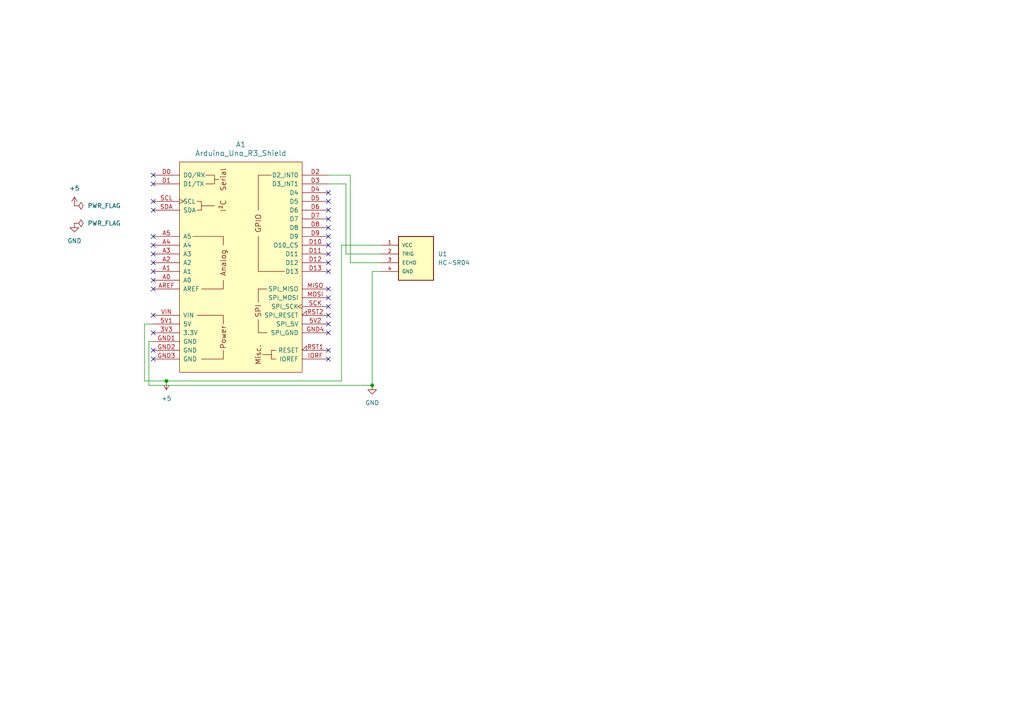
<source format=kicad_sch>
(kicad_sch (version 20250114) (generator "eeschema") (generator_version "9.0")
  (paper "A4")
  (lib_symbols
    (symbol "1 Arduino:Arduino_Uno_R3_Shield" (pin_names (offset 1.016))
      (property "Reference" "A" (at 0 36.83 0))
      (property "Value" "Arduino_Uno_R3_Shield" (at 0 33.02 0))
      (symbol "Arduino_Uno_R3_Shield_0_0"
        (rectangle (start -17.78 30.48) (end 17.78 -30.48) (fill (type background)))
        (polyline (pts (xy -12.7 19.05) (xy -11.43 19.05) (xy -11.43 16.51) (xy -12.7 16.51)))
        (rectangle (start -12.7 -13.97) (end -5.08 -13.97))
        (polyline (pts (xy -11.43 17.78) (xy -7.62 17.78)))
        (rectangle (start -11.43 -26.67) (end -5.08 -26.67))
        (polyline (pts (xy -10.16 26.67) (xy -7.62 26.67) (xy -7.62 24.13) (xy -10.16 24.13)))
        (polyline (pts (xy -7.62 25.4) (xy -6.35 25.4)))
        (polyline (pts (xy -5.08 6.35) (xy -5.08 8.89) (xy -13.97 8.89)))
        (polyline (pts (xy -5.08 -3.81) (xy -5.08 -6.35) (xy -11.43 -6.35)))
        (polyline (pts (xy -5.08 -13.97) (xy -5.08 -15.24)))
        (polyline (pts (xy -5.08 -15.24) (xy -5.08 -16.51)))
        (polyline (pts (xy -5.08 -26.67) (xy -5.08 -24.13)))
        (polyline (pts (xy 5.08 16.51) (xy 5.08 26.67) (xy 8.89 26.67)))
        (polyline (pts (xy 5.08 8.89) (xy 5.08 -1.27) (xy 12.7 -1.27)))
        (rectangle (start 5.08 -10.16) (end 5.08 -6.35))
        (rectangle (start 5.08 -19.05) (end 5.08 -15.24))
        (rectangle (start 5.08 -19.05) (end 7.62 -19.05))
        (rectangle (start 7.62 -6.35) (end 5.08 -6.35))
        (rectangle (start 8.89 -24.13) (end 8.89 -26.67))
        (rectangle (start 8.89 -25.4) (end 6.35 -25.4))
        (rectangle (start 10.16 -24.13) (end 8.89 -24.13))
        (rectangle (start 10.16 -26.67) (end 8.89 -26.67))
        (text "Serial" (at -5.08 25.4 900) (effects (font (size 1.524 1.524))))
        (text "I²C" (at -5.08 17.78 900) (effects (font (size 1.524 1.524))))
        (text "Analog" (at -5.08 1.27 900) (effects (font (size 1.524 1.524))))
        (text "Power" (at -5.08 -20.32 900) (effects (font (size 1.524 1.524))))
        (text "SPI" (at 5.08 -12.7 900) (effects (font (size 1.524 1.524))))
        (text "Misc." (at 5.08 -25.4 900) (effects (font (size 1.524 1.524))))
      )
      (symbol "Arduino_Uno_R3_Shield_1_0"
        (text "GPIO" (at 5.08 12.7 900) (effects (font (size 1.524 1.524))))
      )
      (symbol "Arduino_Uno_R3_Shield_1_1"
        (pin bidirectional line (at -25.4 26.67 0) (length 7.62) (name "D0/RX") (number "D0"))
        (pin bidirectional line (at -25.4 24.13 0) (length 7.62) (name "D1/TX") (number "D1"))
        (pin bidirectional clock (at -25.4 19.05 0) (length 7.62) (name "SCL") (number "SCL"))
        (pin bidirectional line (at -25.4 16.51 0) (length 7.62) (name "SDA") (number "SDA"))
        (pin bidirectional line (at -25.4 8.89 0) (length 7.62) (name "A5") (number "A5"))
        (pin bidirectional line (at -25.4 6.35 0) (length 7.62) (name "A4") (number "A4"))
        (pin bidirectional line (at -25.4 3.81 0) (length 7.62) (name "A3") (number "A3"))
        (pin bidirectional line (at -25.4 1.27 0) (length 7.62) (name "A2") (number "A2"))
        (pin bidirectional line (at -25.4 -1.27 0) (length 7.62) (name "A1") (number "A1"))
        (pin bidirectional line (at -25.4 -3.81 0) (length 7.62) (name "A0") (number "A0"))
        (pin input line (at -25.4 -6.35 0) (length 7.62) (name "AREF") (number "AREF"))
        (pin power_in line (at -25.4 -13.97 0) (length 7.62) (name "VIN") (number "VIN"))
        (pin power_in line (at -25.4 -16.51 0) (length 7.62) (name "5V") (number "5V1"))
        (pin power_out line (at -25.4 -19.05 0) (length 7.62) (name "3.3V") (number "3V3"))
        (pin power_in line (at -25.4 -21.59 0) (length 7.62) (name "GND") (number "GND1"))
        (pin power_in line (at -25.4 -24.13 0) (length 7.62) (name "GND") (number "GND2"))
        (pin power_in line (at -25.4 -26.67 0) (length 7.62) (name "GND") (number "GND3"))
        (pin bidirectional line (at 25.4 26.67 180) (length 7.62) (name "D2_INT0") (number "D2"))
        (pin bidirectional line (at 25.4 24.13 180) (length 7.62) (name "D3_INT1") (number "D3"))
        (pin bidirectional line (at 25.4 21.59 180) (length 7.62) (name "D4") (number "D4"))
        (pin bidirectional line (at 25.4 19.05 180) (length 7.62) (name "D5") (number "D5"))
        (pin bidirectional line (at 25.4 16.51 180) (length 7.62) (name "D6") (number "D6"))
        (pin bidirectional line (at 25.4 13.97 180) (length 7.62) (name "D7") (number "D7"))
        (pin bidirectional line (at 25.4 11.43 180) (length 7.62) (name "D8") (number "D8"))
        (pin bidirectional line (at 25.4 8.89 180) (length 7.62) (name "D9") (number "D9"))
        (pin bidirectional line (at 25.4 6.35 180) (length 7.62) (name "D10_CS") (number "D10"))
        (pin bidirectional line (at 25.4 3.81 180) (length 7.62) (name "D11") (number "D11"))
        (pin bidirectional line (at 25.4 1.27 180) (length 7.62) (name "D12") (number "D12"))
        (pin bidirectional line (at 25.4 -1.27 180) (length 7.62) (name "D13") (number "D13"))
        (pin input line (at 25.4 -6.35 180) (length 7.62) (name "SPI_MISO") (number "MISO"))
        (pin output line (at 25.4 -8.89 180) (length 7.62) (name "SPI_MOSI") (number "MOSI"))
        (pin output clock (at 25.4 -11.43 180) (length 7.62) (name "SPI_SCK") (number "SCK"))
        (pin open_collector input_low (at 25.4 -13.97 180) (length 7.62) (name "SPI_RESET") (number "RST2"))
        (pin power_in line (at 25.4 -16.51 180) (length 7.62) (name "SPI_5V") (number "5V2"))
        (pin power_in line (at 25.4 -19.05 180) (length 7.62) (name "SPI_GND") (number "GND4"))
        (pin open_collector input_low (at 25.4 -24.13 180) (length 7.62) (name "RESET") (number "RST1"))
        (pin output line (at 25.4 -26.67 180) (length 7.62) (name "IOREF") (number "IORF"))
      )
    )
    (symbol "1 HC_SR04:HC-SR04" (pin_names (offset 1.016))
      (property "Reference" "U" (at 0 5.0813 0))
      (property "Value" "HC-SR04" (at 0 -10.163 0))
      (symbol "HC-SR04_0_0"
        (rectangle (start 0 -7.62) (end 10.16 5.08) (stroke (width 0.254)) (fill (type background)))
        (pin power_in line (at -5.08 2.54 0) (length 5.08) (name "VCC") (number "1"))
        (pin bidirectional line (at -5.08 0 0) (length 5.08) (name "TRIG") (number "2"))
        (pin bidirectional line (at -5.08 -2.54 0) (length 5.08) (name "ECHO") (number "3"))
        (pin power_in line (at -5.08 -5.08 0) (length 5.08) (name "GND") (number "4"))
      )
    )
    (symbol "power:+9V" (power) (pin_numbers (hide yes)) (pin_names (offset 0) (hide yes))
      (property "Value" "+9V" (at 0 3.556 0))
      (symbol "+9V_0_1"
        (polyline (pts (xy -0.762 1.27) (xy 0 2.54)))
        (polyline (pts (xy 0 2.54) (xy 0.762 1.27)))
        (polyline (pts (xy 0 0) (xy 0 2.54)))
      )
      (symbol "+9V_1_1"
        (pin power_in line (at 0 0 90) (length 0) (name "~") (number "1"))
      )
    )
    (symbol "power:GND" (power) (pin_numbers (hide yes)) (pin_names (offset 0) (hide yes))
      (property "Value" "GND" (at 0 -3.81 0))
      (symbol "GND_0_1"
        (polyline (pts (xy 0 0) (xy 0 -1.27) (xy 1.27 -1.27) (xy 0 -2.54) (xy -1.27 -1.27) (xy 0 -1.27)))
      )
      (symbol "GND_1_1"
        (pin power_in line (at 0 0 270) (length 0) (name "~") (number "1"))
      )
    )
    (symbol "power:PWR_FLAG" (power) (pin_numbers (hide yes)) (pin_names (offset 0) (hide yes))
      (property "Value" "PWR_FLAG" (at 0 3.81 0))
      (symbol "PWR_FLAG_0_0"
        (pin power_out line (at 0 0 90) (length 0) (name "~") (number "1"))
      )
      (symbol "PWR_FLAG_0_1"
        (polyline (pts (xy 0 0) (xy 0 1.27) (xy -1.016 1.905) (xy 0 2.54) (xy 1.016 1.905) (xy 0 1.27)))
      )
    )
  )
  (junction (at 107.95 111.76))
  (junction (at 48.26 110.49))
  (no_connect (at 95.25 83.82))
  (no_connect (at 95.25 73.66))
  (no_connect (at 44.45 73.66))
  (no_connect (at 44.45 96.52))
  (no_connect (at 95.25 58.42))
  (no_connect (at 95.25 55.88))
  (no_connect (at 44.45 78.74))
  (no_connect (at 44.45 81.28))
  (no_connect (at 95.25 76.2))
  (no_connect (at 44.45 71.12))
  (no_connect (at 44.45 83.82))
  (no_connect (at 44.45 101.6))
  (no_connect (at 44.45 58.42))
  (no_connect (at 95.25 93.98))
  (no_connect (at 44.45 76.2))
  (no_connect (at 44.45 50.8))
  (no_connect (at 95.25 91.44))
  (no_connect (at 95.25 104.14))
  (no_connect (at 95.25 66.04))
  (no_connect (at 95.25 63.5))
  (no_connect (at 95.25 78.74))
  (no_connect (at 95.25 60.96))
  (no_connect (at 95.25 101.6))
  (no_connect (at 44.45 60.96))
  (no_connect (at 95.25 68.58))
  (no_connect (at 44.45 91.44))
  (no_connect (at 44.45 53.34))
  (no_connect (at 44.45 104.14))
  (no_connect (at 44.45 68.58))
  (no_connect (at 95.25 71.12))
  (no_connect (at 95.25 96.52))
  (no_connect (at 95.25 86.36))
  (no_connect (at 95.25 88.9))
  (wire (pts (xy 110.49 76.2) (xy 101.6 76.2)))
  (wire (pts (xy 48.26 110.49) (xy 41.91 110.49)))
  (wire (pts (xy 101.6 50.8) (xy 95.25 50.8)))
  (wire (pts (xy 99.06 71.12) (xy 99.06 110.49)))
  (wire (pts (xy 110.49 71.12) (xy 99.06 71.12)))
  (wire (pts (xy 101.6 76.2) (xy 101.6 50.8)))
  (wire (pts (xy 100.33 53.34) (xy 95.25 53.34)))
  (wire (pts (xy 41.91 110.49) (xy 41.91 93.98)))
  (wire (pts (xy 44.45 99.06) (xy 43.18 99.06)))
  (wire (pts (xy 110.49 73.66) (xy 100.33 73.66)))
  (wire (pts (xy 99.06 110.49) (xy 48.26 110.49)))
  (wire (pts (xy 43.18 111.76) (xy 107.95 111.76)))
  (wire (pts (xy 43.18 99.06) (xy 43.18 111.76)))
  (wire (pts (xy 41.91 93.98) (xy 44.45 93.98)))
  (wire (pts (xy 100.33 73.66) (xy 100.33 53.34)))
  (wire (pts (xy 107.95 78.74) (xy 110.49 78.74)))
  (wire (pts (xy 107.95 111.76) (xy 107.95 78.74)))
  (symbol (lib_id "1 Arduino:Arduino_Uno_R3_Shield") (at 69.85 77.47 0) (unit 1)
    (property "Reference" "A1" (at 69.85 41.91 0) (effects (font (size 1.524 1.524))))
    (property "Value" "Arduino_Uno_R3_Shield" (at 69.85 44.45 0) (effects (font (size 1.524 1.524))))
    (property "Footprint" "1 Arduino:Arduino_Uno_R3_Shield" (effects (hide yes)))
    (property "Datasheet" "https://docs.arduino.cc/hardware/uno-rev3" (effects (hide yes)))
    (property "Description" "Shield for Arduino Uno R3" (effects (hide yes)))
  )
  (symbol (lib_id "power:GND") (at 21.59 64.77 0) (unit 1)
    (property "Reference" "#PWR03" (effects (hide yes)))
    (property "Value" "GND" (at 21.59 69.85 0))
    (property "Description" "Power symbol creates a global label with name \"GND\" , ground" (effects (hide yes)))
  )
  (symbol (lib_id "power:PWR_FLAG") (at 21.59 64.77 270) (unit 1)
    (property "Reference" "#FLG03" (effects (hide yes)))
    (property "Value" "PWR_FLAG" (at 25.4 64.7699 90) (effects (justify left)))
    (property "Description" "Special symbol for telling ERC where power comes from" (effects (hide yes)))
  )
  (symbol (lib_id "power:+9V") (at 21.59 59.69 0) (unit 1)
    (property "Reference" "#PWR02" (effects (hide yes)))
    (property "Value" "+5" (at 21.59 54.61 0))
    (property "Description" "Power symbol creates a global label with name \"+9V\"" (effects (hide yes)))
  )
  (symbol (lib_id "power:PWR_FLAG") (at 21.59 59.69 270) (unit 1)
    (property "Reference" "#FLG02" (effects (hide yes)))
    (property "Value" "PWR_FLAG" (at 25.4 59.6899 90) (effects (justify left)))
    (property "Description" "Special symbol for telling ERC where power comes from" (effects (hide yes)))
  )
  (symbol (lib_id "power:GND") (at 107.95 111.76 0) (unit 1)
    (property "Reference" "#PWR04" (effects (hide yes)))
    (property "Value" "GND" (at 107.95 116.84 0))
    (property "Description" "Power symbol creates a global label with name \"GND\" , ground" (effects (hide yes)))
  )
  (symbol (lib_id "power:+9V") (at 48.26 110.49 180) (unit 1)
    (property "Reference" "#PWR05" (effects (hide yes)))
    (property "Value" "+5" (at 48.26 115.57 0))
    (property "Description" "Power symbol creates a global label with name \"+9V\"" (effects (hide yes)))
  )
  (symbol (lib_id "1 HC_SR04:HC-SR04") (at 115.57 73.66 0) (unit 1)
    (property "Reference" "U1" (at 127 73.6599 0) (effects (justify left)))
    (property "Value" "HC-SR04" (at 127 76.1999 0) (effects (justify left)))
    (property "Footprint" "1 HC_SR04:XCVR_HC-SR04" (effects (hide yes)))
    (property "MF" "SparkFun Electronics" (effects (hide yes)))
    (property "Description_1" "HC-SR04 Ultrasonic Sensor Qwiic Platform Evaluation Expansion Board" (effects (hide yes)))
    (property "Package" "None" (effects (hide yes)))
    (property "Price" "None" (effects (hide yes)))
    (property "Check_prices" "https://www.snapeda.com/parts/HC-SR04/SparkFun/view-part/?ref=eda" (effects (hide yes)))
    (property "SnapEDA_Link" "https://www.snapeda.com/parts/HC-SR04/SparkFun/view-part/?ref=snap" (effects (hide yes)))
    (property "MP" "HC-SR04" (effects (hide yes)))
    (property "Availability" "Not in stock" (effects (hide yes)))
    (property "MANUFACTURER" "Osepp" (effects (hide yes)))
  )
)
</source>
